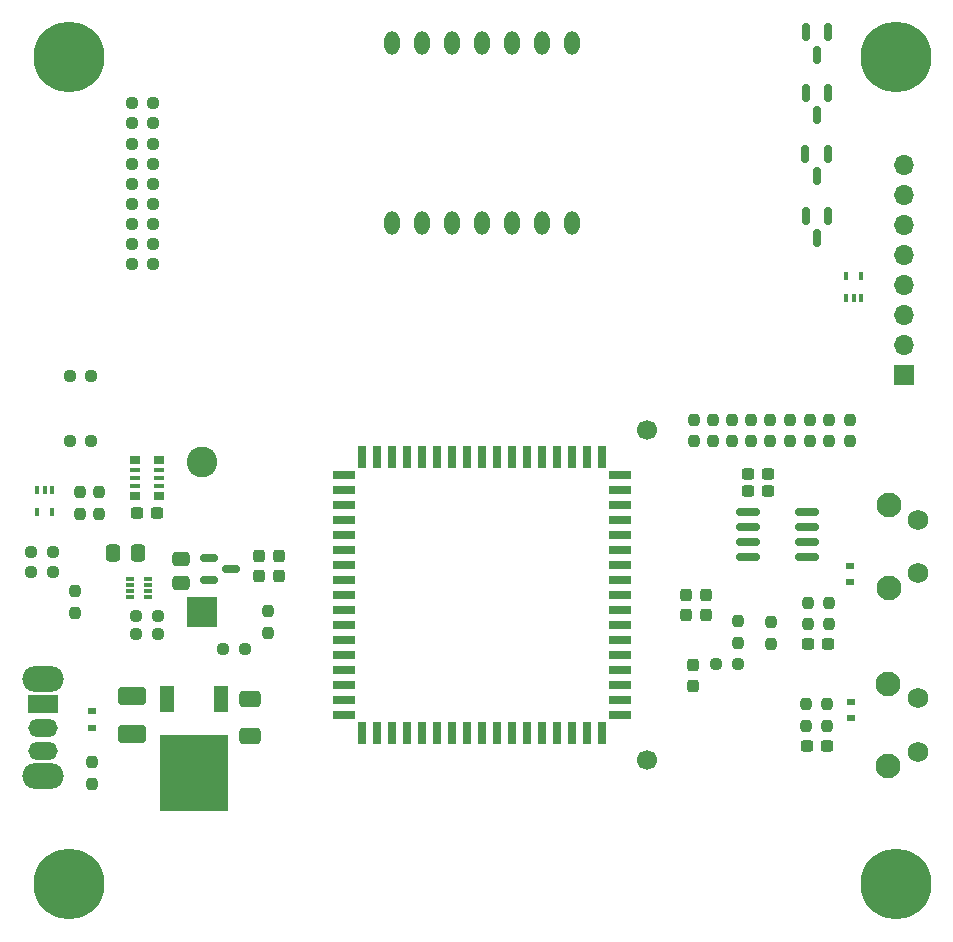
<source format=gts>
G04 #@! TF.GenerationSoftware,KiCad,Pcbnew,6.0.10-86aedd382b~118~ubuntu22.04.1*
G04 #@! TF.CreationDate,2023-04-18T16:49:58-04:00*
G04 #@! TF.ProjectId,firstfpga-clock,66697273-7466-4706-9761-2d636c6f636b,rev?*
G04 #@! TF.SameCoordinates,Original*
G04 #@! TF.FileFunction,Soldermask,Top*
G04 #@! TF.FilePolarity,Negative*
%FSLAX46Y46*%
G04 Gerber Fmt 4.6, Leading zero omitted, Abs format (unit mm)*
G04 Created by KiCad (PCBNEW 6.0.10-86aedd382b~118~ubuntu22.04.1) date 2023-04-18 16:49:58*
%MOMM*%
%LPD*%
G01*
G04 APERTURE LIST*
G04 Aperture macros list*
%AMRoundRect*
0 Rectangle with rounded corners*
0 $1 Rounding radius*
0 $2 $3 $4 $5 $6 $7 $8 $9 X,Y pos of 4 corners*
0 Add a 4 corners polygon primitive as box body*
4,1,4,$2,$3,$4,$5,$6,$7,$8,$9,$2,$3,0*
0 Add four circle primitives for the rounded corners*
1,1,$1+$1,$2,$3*
1,1,$1+$1,$4,$5*
1,1,$1+$1,$6,$7*
1,1,$1+$1,$8,$9*
0 Add four rect primitives between the rounded corners*
20,1,$1+$1,$2,$3,$4,$5,0*
20,1,$1+$1,$4,$5,$6,$7,0*
20,1,$1+$1,$6,$7,$8,$9,0*
20,1,$1+$1,$8,$9,$2,$3,0*%
G04 Aperture macros list end*
%ADD10RoundRect,0.237500X0.250000X0.237500X-0.250000X0.237500X-0.250000X-0.237500X0.250000X-0.237500X0*%
%ADD11C,6.000000*%
%ADD12RoundRect,0.150000X-0.150000X0.587500X-0.150000X-0.587500X0.150000X-0.587500X0.150000X0.587500X0*%
%ADD13RoundRect,0.237500X-0.237500X0.300000X-0.237500X-0.300000X0.237500X-0.300000X0.237500X0.300000X0*%
%ADD14RoundRect,0.237500X-0.250000X-0.237500X0.250000X-0.237500X0.250000X0.237500X-0.250000X0.237500X0*%
%ADD15RoundRect,0.150000X-0.825000X-0.150000X0.825000X-0.150000X0.825000X0.150000X-0.825000X0.150000X0*%
%ADD16RoundRect,0.237500X0.237500X-0.250000X0.237500X0.250000X-0.237500X0.250000X-0.237500X-0.250000X0*%
%ADD17RoundRect,0.237500X-0.300000X-0.237500X0.300000X-0.237500X0.300000X0.237500X-0.300000X0.237500X0*%
%ADD18R,1.200000X2.200000*%
%ADD19R,5.800000X6.400000*%
%ADD20RoundRect,0.250000X0.337500X0.475000X-0.337500X0.475000X-0.337500X-0.475000X0.337500X-0.475000X0*%
%ADD21RoundRect,0.250001X-0.924999X0.499999X-0.924999X-0.499999X0.924999X-0.499999X0.924999X0.499999X0*%
%ADD22RoundRect,0.237500X-0.237500X0.250000X-0.237500X-0.250000X0.237500X-0.250000X0.237500X0.250000X0*%
%ADD23R,0.400000X0.650000*%
%ADD24RoundRect,0.250000X0.475000X-0.337500X0.475000X0.337500X-0.475000X0.337500X-0.475000X-0.337500X0*%
%ADD25C,2.100000*%
%ADD26C,1.750000*%
%ADD27C,1.700000*%
%ADD28R,0.700000X1.925000*%
%ADD29R,1.925000X0.700000*%
%ADD30O,1.300000X2.000000*%
%ADD31RoundRect,0.150000X-0.587500X-0.150000X0.587500X-0.150000X0.587500X0.150000X-0.587500X0.150000X0*%
%ADD32R,0.670000X0.300000*%
%ADD33O,3.500000X2.200000*%
%ADD34R,2.500000X1.500000*%
%ADD35O,2.500000X1.500000*%
%ADD36RoundRect,0.237500X0.300000X0.237500X-0.300000X0.237500X-0.300000X-0.237500X0.300000X-0.237500X0*%
%ADD37RoundRect,0.250000X-0.650000X0.412500X-0.650000X-0.412500X0.650000X-0.412500X0.650000X0.412500X0*%
%ADD38R,1.700000X1.700000*%
%ADD39O,1.700000X1.700000*%
%ADD40R,0.900000X0.700000*%
%ADD41R,0.900000X0.400000*%
%ADD42R,0.700000X0.600000*%
%ADD43R,2.600000X2.600000*%
%ADD44C,2.600000*%
G04 APERTURE END LIST*
D10*
X216650000Y-91400000D03*
X214825000Y-91400000D03*
D11*
X230000000Y-110000000D03*
D12*
X224300000Y-43037500D03*
X222400000Y-43037500D03*
X223350000Y-44912500D03*
D13*
X213950000Y-85487500D03*
X213950000Y-87212500D03*
D14*
X165687500Y-88825000D03*
X167512500Y-88825000D03*
D11*
X160000000Y-40000000D03*
D15*
X217525000Y-78470000D03*
X217525000Y-79740000D03*
X217525000Y-81010000D03*
X217525000Y-82280000D03*
X222475000Y-82280000D03*
X222475000Y-81010000D03*
X222475000Y-79740000D03*
X222475000Y-78470000D03*
D16*
X161950000Y-101512500D03*
X161950000Y-99687500D03*
D12*
X224275000Y-48212500D03*
X222375000Y-48212500D03*
X223325000Y-50087500D03*
D10*
X167162500Y-54100000D03*
X165337500Y-54100000D03*
X167162500Y-43900000D03*
X165337500Y-43900000D03*
D16*
X219450000Y-89662500D03*
X219450000Y-87837500D03*
D17*
X217500000Y-76750000D03*
X219225000Y-76750000D03*
D18*
X172855000Y-94300000D03*
D19*
X170575000Y-100600000D03*
D18*
X168295000Y-94300000D03*
D10*
X167162500Y-57500000D03*
X165337500Y-57500000D03*
D13*
X177800000Y-82217500D03*
X177800000Y-83942500D03*
D20*
X165837500Y-81925000D03*
X163762500Y-81925000D03*
D13*
X212812500Y-91462500D03*
X212812500Y-93187500D03*
D10*
X167162500Y-49000000D03*
X165337500Y-49000000D03*
D11*
X230000000Y-40000000D03*
D21*
X165350000Y-94075000D03*
X165350000Y-97325000D03*
D17*
X222462500Y-98300000D03*
X224187500Y-98300000D03*
D22*
X214550000Y-70687500D03*
X214550000Y-72512500D03*
D16*
X222725000Y-72512500D03*
X222725000Y-70687500D03*
D17*
X217500000Y-75250000D03*
X219225000Y-75250000D03*
D23*
X158600000Y-76625000D03*
X157950000Y-76625000D03*
X157300000Y-76625000D03*
X157300000Y-78525000D03*
X158600000Y-78525000D03*
D11*
X160000000Y-110000000D03*
D16*
X216650000Y-89562500D03*
X216650000Y-87737500D03*
D22*
X224325000Y-86187500D03*
X224325000Y-88012500D03*
D17*
X222562500Y-89700000D03*
X224287500Y-89700000D03*
D22*
X222425000Y-94762500D03*
X222425000Y-96587500D03*
D16*
X160550000Y-87012500D03*
X160550000Y-85187500D03*
X226150000Y-72512500D03*
X226150000Y-70687500D03*
D24*
X169500000Y-84537500D03*
X169500000Y-82462500D03*
D16*
X162600000Y-78650000D03*
X162600000Y-76825000D03*
D12*
X224300000Y-53412500D03*
X222400000Y-53412500D03*
X223350000Y-55287500D03*
D13*
X176090000Y-82217500D03*
X176090000Y-83942500D03*
D25*
X229447500Y-77900000D03*
X229447500Y-84910000D03*
D26*
X231937500Y-79150000D03*
X231937500Y-83650000D03*
D22*
X217750000Y-70687500D03*
X217750000Y-72512500D03*
D27*
X208970000Y-99470000D03*
X208970000Y-71530000D03*
D28*
X195000000Y-73827500D03*
X193730000Y-73827500D03*
X192460000Y-73827500D03*
X191190000Y-73827500D03*
X189920000Y-73827500D03*
X188650000Y-73827500D03*
X187380000Y-73827500D03*
X186110000Y-73827500D03*
X184840000Y-73827500D03*
D29*
X183327500Y-75340000D03*
X183327500Y-76610000D03*
X183327500Y-77880000D03*
X183327500Y-79150000D03*
X183327500Y-80420000D03*
X183327500Y-81690000D03*
X183327500Y-82960000D03*
X183327500Y-84230000D03*
X183327500Y-85500000D03*
X183327500Y-86770000D03*
X183327500Y-88040000D03*
X183327500Y-89310000D03*
X183327500Y-90580000D03*
X183327500Y-91850000D03*
X183327500Y-93120000D03*
X183327500Y-94390000D03*
X183327500Y-95660000D03*
D28*
X184840000Y-97172500D03*
X186110000Y-97172500D03*
X187380000Y-97172500D03*
X188650000Y-97172500D03*
X189920000Y-97172500D03*
X191190000Y-97172500D03*
X192460000Y-97172500D03*
X193730000Y-97172500D03*
X195000000Y-97172500D03*
X196270000Y-97172500D03*
X197540000Y-97172500D03*
X198810000Y-97172500D03*
X200080000Y-97172500D03*
X201350000Y-97172500D03*
X202620000Y-97172500D03*
X203890000Y-97172500D03*
X205160000Y-97172500D03*
D29*
X206672500Y-95660000D03*
X206672500Y-94390000D03*
X206672500Y-93120000D03*
X206672500Y-91850000D03*
X206672500Y-90580000D03*
X206672500Y-89310000D03*
X206672500Y-88040000D03*
X206672500Y-86770000D03*
X206672500Y-85500000D03*
X206672500Y-84230000D03*
X206672500Y-82960000D03*
X206672500Y-81690000D03*
X206672500Y-80420000D03*
X206672500Y-79150000D03*
X206672500Y-77880000D03*
X206672500Y-76610000D03*
X206672500Y-75340000D03*
D28*
X205160000Y-73827500D03*
X203890000Y-73827500D03*
X202620000Y-73827500D03*
X201350000Y-73827500D03*
X200080000Y-73827500D03*
X198810000Y-73827500D03*
X197540000Y-73827500D03*
X196270000Y-73827500D03*
D22*
X212950000Y-70687500D03*
X212950000Y-72512500D03*
X224200000Y-94762500D03*
X224200000Y-96587500D03*
D10*
X167512500Y-87300000D03*
X165687500Y-87300000D03*
D30*
X202620000Y-38780000D03*
X200080000Y-38780000D03*
X197540000Y-38780000D03*
X195000000Y-38780000D03*
X192460000Y-38780000D03*
X189920000Y-38780000D03*
X187380000Y-38780000D03*
X187380000Y-54020000D03*
X189920000Y-54020000D03*
X192460000Y-54020000D03*
X195000000Y-54020000D03*
X197540000Y-54020000D03*
X200080000Y-54020000D03*
X202620000Y-54020000D03*
D16*
X221050000Y-72512500D03*
X221050000Y-70687500D03*
D10*
X167162500Y-55800000D03*
X165337500Y-55800000D03*
D31*
X171862500Y-82350000D03*
X171862500Y-84250000D03*
X173737500Y-83300000D03*
D14*
X165337500Y-45600000D03*
X167162500Y-45600000D03*
D32*
X165207500Y-84200000D03*
X165207500Y-84700000D03*
X165207500Y-85200000D03*
X165207500Y-85700000D03*
X166687500Y-85700000D03*
X166687500Y-85200000D03*
X166687500Y-84700000D03*
X166687500Y-84200000D03*
D10*
X167162500Y-47300000D03*
X165337500Y-47300000D03*
X161912500Y-66967400D03*
X160087500Y-66967400D03*
D33*
X157850000Y-92650000D03*
X157850000Y-100850000D03*
D34*
X157850000Y-94750000D03*
D35*
X157850000Y-96750000D03*
X157850000Y-98750000D03*
D36*
X167462500Y-78550000D03*
X165737500Y-78550000D03*
D22*
X222550000Y-86187500D03*
X222550000Y-88012500D03*
D37*
X175325000Y-94312500D03*
X175325000Y-97437500D03*
D38*
X230700000Y-66875000D03*
D39*
X230700000Y-64335000D03*
X230700000Y-61795000D03*
X230700000Y-59255000D03*
X230700000Y-56715000D03*
X230700000Y-54175000D03*
X230700000Y-51635000D03*
X230700000Y-49095000D03*
D22*
X216150000Y-70687500D03*
X216150000Y-72512500D03*
D13*
X212275000Y-85487500D03*
X212275000Y-87212500D03*
D10*
X161912500Y-72450000D03*
X160087500Y-72450000D03*
D22*
X176875000Y-86887500D03*
X176875000Y-88712500D03*
D16*
X219350000Y-72512500D03*
X219350000Y-70687500D03*
D40*
X167600000Y-77162500D03*
D41*
X167600000Y-76312500D03*
X167600000Y-75612500D03*
X167600000Y-74912500D03*
D40*
X167600000Y-74062500D03*
X165600000Y-74062500D03*
D41*
X165600000Y-74912500D03*
X165600000Y-75612500D03*
X165600000Y-76312500D03*
D40*
X165600000Y-77162500D03*
D10*
X158662500Y-81900000D03*
X156837500Y-81900000D03*
X167162500Y-50700000D03*
X165337500Y-50700000D03*
D25*
X229397500Y-93025000D03*
X229397500Y-100035000D03*
D26*
X231887500Y-94275000D03*
X231887500Y-98775000D03*
D42*
X161950000Y-96750000D03*
X161950000Y-95350000D03*
D10*
X167162500Y-52400000D03*
X165337500Y-52400000D03*
D14*
X173087500Y-90100000D03*
X174912500Y-90100000D03*
D42*
X226160000Y-83040000D03*
X226160000Y-84440000D03*
D14*
X156837500Y-83550000D03*
X158662500Y-83550000D03*
D16*
X160950000Y-78662500D03*
X160950000Y-76837500D03*
X224400000Y-72512500D03*
X224400000Y-70687500D03*
D23*
X225800000Y-60400000D03*
X226450000Y-60400000D03*
X227100000Y-60400000D03*
X227100000Y-58500000D03*
X225800000Y-58500000D03*
D12*
X224300000Y-37887500D03*
X222400000Y-37887500D03*
X223350000Y-39762500D03*
D42*
X226225000Y-94575000D03*
X226225000Y-95975000D03*
D43*
X171280000Y-87000000D03*
D44*
X171280000Y-74300000D03*
M02*

</source>
